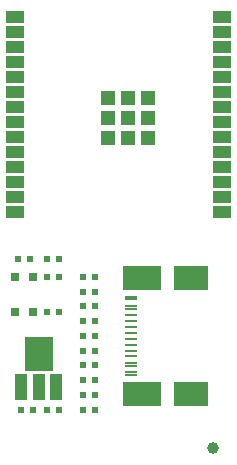
<source format=gbr>
%TF.GenerationSoftware,KiCad,Pcbnew,7.0.11-7.0.11~ubuntu22.04.1*%
%TF.CreationDate,2025-09-05T11:13:46+03:00*%
%TF.ProjectId,MOD-ESP32-C5_Rev_A,4d4f442d-4553-4503-9332-2d43355f5265,A*%
%TF.SameCoordinates,PX5a995c0PY9896800*%
%TF.FileFunction,Paste,Top*%
%TF.FilePolarity,Positive*%
%FSLAX46Y46*%
G04 Gerber Fmt 4.6, Leading zero omitted, Abs format (unit mm)*
G04 Created by KiCad (PCBNEW 7.0.11-7.0.11~ubuntu22.04.1) date 2025-09-05 11:13:46*
%MOMM*%
%LPD*%
G01*
G04 APERTURE LIST*
%ADD10R,0.800000X0.800000*%
%ADD11R,0.500000X0.550000*%
%ADD12C,1.000000*%
%ADD13R,1.600000X1.000000*%
%ADD14R,1.300000X1.300000*%
%ADD15R,3.200000X2.100000*%
%ADD16R,3.000000X2.100000*%
%ADD17R,2.200000X1.100000*%
%ADD18R,2.000000X1.100000*%
%ADD19R,1.130000X0.280000*%
%ADD20R,1.130000X0.230000*%
%ADD21R,1.000000X2.200000*%
%ADD22R,2.400000X2.900000*%
G04 APERTURE END LIST*
D10*
%TO.C,LED1*%
X2762000Y13500000D03*
X1238000Y13500000D03*
%TD*%
D11*
%TO.C,R4*%
X8008000Y12750000D03*
X6992000Y12750000D03*
%TD*%
D10*
%TO.C,LED2*%
X2762000Y16500000D03*
X1238000Y16500000D03*
%TD*%
D12*
%TO.C,FID3*%
X18000000Y2000000D03*
%TD*%
D11*
%TO.C,R3*%
X2508000Y18000000D03*
X1492000Y18000000D03*
%TD*%
%TO.C,R2*%
X6992000Y7750000D03*
X8008000Y7750000D03*
%TD*%
%TO.C,R8*%
X6992000Y5250000D03*
X8008000Y5250000D03*
%TD*%
%TO.C,C3*%
X5008000Y18000000D03*
X3992000Y18000000D03*
%TD*%
D13*
%TO.C,U1*%
X1250000Y38510000D03*
X1250000Y37240000D03*
X1250000Y35970000D03*
X1250000Y34700000D03*
X1250000Y33430000D03*
X1250000Y32160000D03*
X1250000Y30890000D03*
X1250000Y29620000D03*
X1250000Y28350000D03*
X1250000Y27080000D03*
X1250000Y25810000D03*
X1250000Y24540000D03*
X1250000Y23270000D03*
X1250000Y22000000D03*
D14*
X9130000Y31620000D03*
X9130000Y29920000D03*
X9130000Y28220000D03*
X10830000Y31620000D03*
X10830000Y29920000D03*
X10830000Y28220000D03*
X12530000Y31620000D03*
X12530000Y29920000D03*
X12530000Y28220000D03*
D13*
X18750000Y38510000D03*
X18750000Y37240000D03*
X18750000Y35970000D03*
X18750000Y34700000D03*
X18750000Y33430000D03*
X18750000Y32160000D03*
X18750000Y30890000D03*
X18750000Y29620000D03*
X18750000Y28350000D03*
X18750000Y27080000D03*
X18750000Y25810000D03*
X18750000Y24540000D03*
X18750000Y23270000D03*
X18750000Y22000000D03*
%TD*%
D11*
%TO.C,R6*%
X3992000Y13500000D03*
X5008000Y13500000D03*
%TD*%
%TO.C,C7*%
X5008000Y5250000D03*
X3992000Y5250000D03*
%TD*%
%TO.C,R1*%
X6992000Y16500000D03*
X8008000Y16500000D03*
%TD*%
%TO.C,TVS2*%
X8008000Y14000000D03*
X6992000Y14000000D03*
%TD*%
%TO.C,TVS1*%
X8008000Y10250000D03*
X6992000Y10250000D03*
%TD*%
%TO.C,C4*%
X8008000Y15250000D03*
X6992000Y15250000D03*
%TD*%
D15*
%TO.C,USB-PGM1*%
X11970000Y16427600D03*
X11970000Y6572400D03*
D16*
X16150000Y16427600D03*
X16150000Y6572400D03*
D17*
X11970000Y16427600D03*
X11970000Y6572400D03*
D18*
X16150000Y16427600D03*
X16150000Y6572400D03*
D19*
X11068000Y8175000D03*
X11068000Y8975000D03*
D20*
X11068000Y10250000D03*
X11068000Y11250000D03*
X11068000Y11750000D03*
X11068000Y12750000D03*
D19*
X11068000Y14025000D03*
X11068000Y14825000D03*
X11068000Y14575000D03*
X11068000Y13775000D03*
D20*
X11068000Y13250000D03*
X11068000Y12250000D03*
X11068000Y10750000D03*
X11068000Y9750000D03*
D19*
X11068000Y9225000D03*
X11068000Y8425000D03*
%TD*%
D11*
%TO.C,C6*%
X2758000Y5250000D03*
X1742000Y5250000D03*
%TD*%
%TO.C,R5*%
X6992000Y11500000D03*
X8008000Y11500000D03*
%TD*%
D21*
%TO.C,VR1*%
X1750000Y7150000D03*
D22*
X3250000Y10000000D03*
D21*
X3250000Y7150000D03*
X4750000Y7150000D03*
%TD*%
D11*
%TO.C,R7*%
X3992000Y16500000D03*
X5008000Y16500000D03*
%TD*%
%TO.C,C5*%
X8008000Y9000000D03*
X6992000Y9000000D03*
%TD*%
%TO.C,R9*%
X8008000Y6500000D03*
X6992000Y6500000D03*
%TD*%
M02*

</source>
